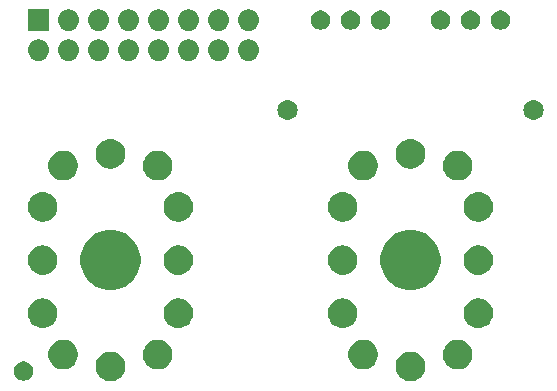
<source format=gbr>
G04 #@! TF.GenerationSoftware,KiCad,Pcbnew,(5.1.0)-1*
G04 #@! TF.CreationDate,2021-08-18T22:37:31-05:00*
G04 #@! TF.ProjectId,nixie_legacy-digit,6e697869-655f-46c6-9567-6163792d6469,rev?*
G04 #@! TF.SameCoordinates,Original*
G04 #@! TF.FileFunction,Soldermask,Bot*
G04 #@! TF.FilePolarity,Negative*
%FSLAX46Y46*%
G04 Gerber Fmt 4.6, Leading zero omitted, Abs format (unit mm)*
G04 Created by KiCad (PCBNEW (5.1.0)-1) date 2021-08-18 22:37:31*
%MOMM*%
%LPD*%
G04 APERTURE LIST*
%ADD10C,0.100000*%
G04 APERTURE END LIST*
D10*
G36*
X114543839Y-116993356D02*
G01*
X114664577Y-117017372D01*
X114892040Y-117111590D01*
X115096752Y-117248375D01*
X115270845Y-117422468D01*
X115407630Y-117627180D01*
X115501848Y-117854643D01*
X115549880Y-118096118D01*
X115549880Y-118342322D01*
X115501848Y-118583797D01*
X115407630Y-118811260D01*
X115270845Y-119015972D01*
X115096752Y-119190065D01*
X114892040Y-119326850D01*
X114664577Y-119421068D01*
X114543840Y-119445084D01*
X114423104Y-119469100D01*
X114176896Y-119469100D01*
X114056160Y-119445084D01*
X113935423Y-119421068D01*
X113707960Y-119326850D01*
X113503248Y-119190065D01*
X113329155Y-119015972D01*
X113192370Y-118811260D01*
X113098152Y-118583797D01*
X113050120Y-118342322D01*
X113050120Y-118096118D01*
X113098152Y-117854643D01*
X113192370Y-117627180D01*
X113329155Y-117422468D01*
X113503248Y-117248375D01*
X113707960Y-117111590D01*
X113935423Y-117017372D01*
X114056161Y-116993356D01*
X114176896Y-116969340D01*
X114423104Y-116969340D01*
X114543839Y-116993356D01*
X114543839Y-116993356D01*
G37*
G36*
X89143839Y-116993356D02*
G01*
X89264577Y-117017372D01*
X89492040Y-117111590D01*
X89696752Y-117248375D01*
X89870845Y-117422468D01*
X90007630Y-117627180D01*
X90101848Y-117854643D01*
X90149880Y-118096118D01*
X90149880Y-118342322D01*
X90101848Y-118583797D01*
X90007630Y-118811260D01*
X89870845Y-119015972D01*
X89696752Y-119190065D01*
X89492040Y-119326850D01*
X89264577Y-119421068D01*
X89143840Y-119445084D01*
X89023104Y-119469100D01*
X88776896Y-119469100D01*
X88656160Y-119445084D01*
X88535423Y-119421068D01*
X88307960Y-119326850D01*
X88103248Y-119190065D01*
X87929155Y-119015972D01*
X87792370Y-118811260D01*
X87698152Y-118583797D01*
X87650120Y-118342322D01*
X87650120Y-118096118D01*
X87698152Y-117854643D01*
X87792370Y-117627180D01*
X87929155Y-117422468D01*
X88103248Y-117248375D01*
X88307960Y-117111590D01*
X88535423Y-117017372D01*
X88656161Y-116993356D01*
X88776896Y-116969340D01*
X89023104Y-116969340D01*
X89143839Y-116993356D01*
X89143839Y-116993356D01*
G37*
G36*
X81771142Y-117836242D02*
G01*
X81919101Y-117897529D01*
X82052255Y-117986499D01*
X82165501Y-118099745D01*
X82254471Y-118232899D01*
X82315758Y-118380858D01*
X82347000Y-118537925D01*
X82347000Y-118698075D01*
X82315758Y-118855142D01*
X82254471Y-119003101D01*
X82165501Y-119136255D01*
X82052255Y-119249501D01*
X81919101Y-119338471D01*
X81771142Y-119399758D01*
X81614075Y-119431000D01*
X81453925Y-119431000D01*
X81296858Y-119399758D01*
X81148899Y-119338471D01*
X81015745Y-119249501D01*
X80902499Y-119136255D01*
X80813529Y-119003101D01*
X80752242Y-118855142D01*
X80721000Y-118698075D01*
X80721000Y-118537925D01*
X80752242Y-118380858D01*
X80813529Y-118232899D01*
X80902499Y-118099745D01*
X81015745Y-117986499D01*
X81148899Y-117897529D01*
X81296858Y-117836242D01*
X81453925Y-117805000D01*
X81614075Y-117805000D01*
X81771142Y-117836242D01*
X81771142Y-117836242D01*
G37*
G36*
X85145880Y-115992596D02*
G01*
X85266617Y-116016612D01*
X85494080Y-116110830D01*
X85698792Y-116247615D01*
X85872885Y-116421708D01*
X86009670Y-116626420D01*
X86103888Y-116853883D01*
X86151920Y-117095358D01*
X86151920Y-117341562D01*
X86103888Y-117583037D01*
X86009670Y-117810500D01*
X85872885Y-118015212D01*
X85698792Y-118189305D01*
X85494080Y-118326090D01*
X85266617Y-118420308D01*
X85145879Y-118444324D01*
X85025144Y-118468340D01*
X84778936Y-118468340D01*
X84658201Y-118444324D01*
X84537463Y-118420308D01*
X84310000Y-118326090D01*
X84105288Y-118189305D01*
X83931195Y-118015212D01*
X83794410Y-117810500D01*
X83700192Y-117583037D01*
X83652160Y-117341562D01*
X83652160Y-117095358D01*
X83700192Y-116853883D01*
X83794410Y-116626420D01*
X83931195Y-116421708D01*
X84105288Y-116247615D01*
X84310000Y-116110830D01*
X84537463Y-116016612D01*
X84658200Y-115992596D01*
X84778936Y-115968580D01*
X85025144Y-115968580D01*
X85145880Y-115992596D01*
X85145880Y-115992596D01*
G37*
G36*
X93141800Y-115992596D02*
G01*
X93262537Y-116016612D01*
X93490000Y-116110830D01*
X93694712Y-116247615D01*
X93868805Y-116421708D01*
X94005590Y-116626420D01*
X94099808Y-116853883D01*
X94147840Y-117095358D01*
X94147840Y-117341562D01*
X94099808Y-117583037D01*
X94005590Y-117810500D01*
X93868805Y-118015212D01*
X93694712Y-118189305D01*
X93490000Y-118326090D01*
X93262537Y-118420308D01*
X93141799Y-118444324D01*
X93021064Y-118468340D01*
X92774856Y-118468340D01*
X92654121Y-118444324D01*
X92533383Y-118420308D01*
X92305920Y-118326090D01*
X92101208Y-118189305D01*
X91927115Y-118015212D01*
X91790330Y-117810500D01*
X91696112Y-117583037D01*
X91648080Y-117341562D01*
X91648080Y-117095358D01*
X91696112Y-116853883D01*
X91790330Y-116626420D01*
X91927115Y-116421708D01*
X92101208Y-116247615D01*
X92305920Y-116110830D01*
X92533383Y-116016612D01*
X92654120Y-115992596D01*
X92774856Y-115968580D01*
X93021064Y-115968580D01*
X93141800Y-115992596D01*
X93141800Y-115992596D01*
G37*
G36*
X110545880Y-115992596D02*
G01*
X110666617Y-116016612D01*
X110894080Y-116110830D01*
X111098792Y-116247615D01*
X111272885Y-116421708D01*
X111409670Y-116626420D01*
X111503888Y-116853883D01*
X111551920Y-117095358D01*
X111551920Y-117341562D01*
X111503888Y-117583037D01*
X111409670Y-117810500D01*
X111272885Y-118015212D01*
X111098792Y-118189305D01*
X110894080Y-118326090D01*
X110666617Y-118420308D01*
X110545879Y-118444324D01*
X110425144Y-118468340D01*
X110178936Y-118468340D01*
X110058201Y-118444324D01*
X109937463Y-118420308D01*
X109710000Y-118326090D01*
X109505288Y-118189305D01*
X109331195Y-118015212D01*
X109194410Y-117810500D01*
X109100192Y-117583037D01*
X109052160Y-117341562D01*
X109052160Y-117095358D01*
X109100192Y-116853883D01*
X109194410Y-116626420D01*
X109331195Y-116421708D01*
X109505288Y-116247615D01*
X109710000Y-116110830D01*
X109937463Y-116016612D01*
X110058200Y-115992596D01*
X110178936Y-115968580D01*
X110425144Y-115968580D01*
X110545880Y-115992596D01*
X110545880Y-115992596D01*
G37*
G36*
X118541800Y-115992596D02*
G01*
X118662537Y-116016612D01*
X118890000Y-116110830D01*
X119094712Y-116247615D01*
X119268805Y-116421708D01*
X119405590Y-116626420D01*
X119499808Y-116853883D01*
X119547840Y-117095358D01*
X119547840Y-117341562D01*
X119499808Y-117583037D01*
X119405590Y-117810500D01*
X119268805Y-118015212D01*
X119094712Y-118189305D01*
X118890000Y-118326090D01*
X118662537Y-118420308D01*
X118541799Y-118444324D01*
X118421064Y-118468340D01*
X118174856Y-118468340D01*
X118054121Y-118444324D01*
X117933383Y-118420308D01*
X117705920Y-118326090D01*
X117501208Y-118189305D01*
X117327115Y-118015212D01*
X117190330Y-117810500D01*
X117096112Y-117583037D01*
X117048080Y-117341562D01*
X117048080Y-117095358D01*
X117096112Y-116853883D01*
X117190330Y-116626420D01*
X117327115Y-116421708D01*
X117501208Y-116247615D01*
X117705920Y-116110830D01*
X117933383Y-116016612D01*
X118054120Y-115992596D01*
X118174856Y-115968580D01*
X118421064Y-115968580D01*
X118541800Y-115992596D01*
X118541800Y-115992596D01*
G37*
G36*
X120291860Y-112492476D02*
G01*
X120412597Y-112516492D01*
X120640060Y-112610710D01*
X120844772Y-112747495D01*
X121018865Y-112921588D01*
X121155650Y-113126300D01*
X121249868Y-113353763D01*
X121297900Y-113595238D01*
X121297900Y-113841442D01*
X121249868Y-114082917D01*
X121155650Y-114310380D01*
X121018865Y-114515092D01*
X120844772Y-114689185D01*
X120640060Y-114825970D01*
X120412597Y-114920188D01*
X120291859Y-114944204D01*
X120171124Y-114968220D01*
X119924916Y-114968220D01*
X119804181Y-114944204D01*
X119683443Y-114920188D01*
X119455980Y-114825970D01*
X119251268Y-114689185D01*
X119077175Y-114515092D01*
X118940390Y-114310380D01*
X118846172Y-114082917D01*
X118798140Y-113841442D01*
X118798140Y-113595238D01*
X118846172Y-113353763D01*
X118940390Y-113126300D01*
X119077175Y-112921588D01*
X119251268Y-112747495D01*
X119455980Y-112610710D01*
X119683443Y-112516492D01*
X119804180Y-112492476D01*
X119924916Y-112468460D01*
X120171124Y-112468460D01*
X120291860Y-112492476D01*
X120291860Y-112492476D01*
G37*
G36*
X108795820Y-112492476D02*
G01*
X108916557Y-112516492D01*
X109144020Y-112610710D01*
X109348732Y-112747495D01*
X109522825Y-112921588D01*
X109659610Y-113126300D01*
X109753828Y-113353763D01*
X109801860Y-113595238D01*
X109801860Y-113841442D01*
X109753828Y-114082917D01*
X109659610Y-114310380D01*
X109522825Y-114515092D01*
X109348732Y-114689185D01*
X109144020Y-114825970D01*
X108916557Y-114920188D01*
X108795819Y-114944204D01*
X108675084Y-114968220D01*
X108428876Y-114968220D01*
X108308141Y-114944204D01*
X108187403Y-114920188D01*
X107959940Y-114825970D01*
X107755228Y-114689185D01*
X107581135Y-114515092D01*
X107444350Y-114310380D01*
X107350132Y-114082917D01*
X107302100Y-113841442D01*
X107302100Y-113595238D01*
X107350132Y-113353763D01*
X107444350Y-113126300D01*
X107581135Y-112921588D01*
X107755228Y-112747495D01*
X107959940Y-112610710D01*
X108187403Y-112516492D01*
X108308140Y-112492476D01*
X108428876Y-112468460D01*
X108675084Y-112468460D01*
X108795820Y-112492476D01*
X108795820Y-112492476D01*
G37*
G36*
X94891860Y-112492476D02*
G01*
X95012597Y-112516492D01*
X95240060Y-112610710D01*
X95444772Y-112747495D01*
X95618865Y-112921588D01*
X95755650Y-113126300D01*
X95849868Y-113353763D01*
X95897900Y-113595238D01*
X95897900Y-113841442D01*
X95849868Y-114082917D01*
X95755650Y-114310380D01*
X95618865Y-114515092D01*
X95444772Y-114689185D01*
X95240060Y-114825970D01*
X95012597Y-114920188D01*
X94891859Y-114944204D01*
X94771124Y-114968220D01*
X94524916Y-114968220D01*
X94404181Y-114944204D01*
X94283443Y-114920188D01*
X94055980Y-114825970D01*
X93851268Y-114689185D01*
X93677175Y-114515092D01*
X93540390Y-114310380D01*
X93446172Y-114082917D01*
X93398140Y-113841442D01*
X93398140Y-113595238D01*
X93446172Y-113353763D01*
X93540390Y-113126300D01*
X93677175Y-112921588D01*
X93851268Y-112747495D01*
X94055980Y-112610710D01*
X94283443Y-112516492D01*
X94404180Y-112492476D01*
X94524916Y-112468460D01*
X94771124Y-112468460D01*
X94891860Y-112492476D01*
X94891860Y-112492476D01*
G37*
G36*
X83395820Y-112492476D02*
G01*
X83516557Y-112516492D01*
X83744020Y-112610710D01*
X83948732Y-112747495D01*
X84122825Y-112921588D01*
X84259610Y-113126300D01*
X84353828Y-113353763D01*
X84401860Y-113595238D01*
X84401860Y-113841442D01*
X84353828Y-114082917D01*
X84259610Y-114310380D01*
X84122825Y-114515092D01*
X83948732Y-114689185D01*
X83744020Y-114825970D01*
X83516557Y-114920188D01*
X83395819Y-114944204D01*
X83275084Y-114968220D01*
X83028876Y-114968220D01*
X82908141Y-114944204D01*
X82787403Y-114920188D01*
X82559940Y-114825970D01*
X82355228Y-114689185D01*
X82181135Y-114515092D01*
X82044350Y-114310380D01*
X81950132Y-114082917D01*
X81902100Y-113841442D01*
X81902100Y-113595238D01*
X81950132Y-113353763D01*
X82044350Y-113126300D01*
X82181135Y-112921588D01*
X82355228Y-112747495D01*
X82559940Y-112610710D01*
X82787403Y-112516492D01*
X82908140Y-112492476D01*
X83028876Y-112468460D01*
X83275084Y-112468460D01*
X83395820Y-112492476D01*
X83395820Y-112492476D01*
G37*
G36*
X89643911Y-106767648D02*
G01*
X89643914Y-106767649D01*
X89643913Y-106767649D01*
X90108048Y-106959900D01*
X90525760Y-107239006D01*
X90880994Y-107594240D01*
X91160100Y-108011952D01*
X91160100Y-108011953D01*
X91352352Y-108476089D01*
X91450360Y-108968810D01*
X91450360Y-109471190D01*
X91352352Y-109963911D01*
X91352351Y-109963913D01*
X91160100Y-110428048D01*
X90880994Y-110845760D01*
X90525760Y-111200994D01*
X90108048Y-111480100D01*
X89779853Y-111616043D01*
X89643911Y-111672352D01*
X89151190Y-111770360D01*
X88648810Y-111770360D01*
X88156089Y-111672352D01*
X88020147Y-111616043D01*
X87691952Y-111480100D01*
X87274240Y-111200994D01*
X86919006Y-110845760D01*
X86639900Y-110428048D01*
X86447649Y-109963913D01*
X86447648Y-109963911D01*
X86349640Y-109471190D01*
X86349640Y-108968810D01*
X86447648Y-108476089D01*
X86639900Y-108011953D01*
X86639900Y-108011952D01*
X86919006Y-107594240D01*
X87274240Y-107239006D01*
X87691952Y-106959900D01*
X88156087Y-106767649D01*
X88156086Y-106767649D01*
X88156089Y-106767648D01*
X88648810Y-106669640D01*
X89151190Y-106669640D01*
X89643911Y-106767648D01*
X89643911Y-106767648D01*
G37*
G36*
X115043911Y-106767648D02*
G01*
X115043914Y-106767649D01*
X115043913Y-106767649D01*
X115508048Y-106959900D01*
X115925760Y-107239006D01*
X116280994Y-107594240D01*
X116560100Y-108011952D01*
X116560100Y-108011953D01*
X116752352Y-108476089D01*
X116850360Y-108968810D01*
X116850360Y-109471190D01*
X116752352Y-109963911D01*
X116752351Y-109963913D01*
X116560100Y-110428048D01*
X116280994Y-110845760D01*
X115925760Y-111200994D01*
X115508048Y-111480100D01*
X115179853Y-111616043D01*
X115043911Y-111672352D01*
X114551190Y-111770360D01*
X114048810Y-111770360D01*
X113556089Y-111672352D01*
X113420147Y-111616043D01*
X113091952Y-111480100D01*
X112674240Y-111200994D01*
X112319006Y-110845760D01*
X112039900Y-110428048D01*
X111847649Y-109963913D01*
X111847648Y-109963911D01*
X111749640Y-109471190D01*
X111749640Y-108968810D01*
X111847648Y-108476089D01*
X112039900Y-108011953D01*
X112039900Y-108011952D01*
X112319006Y-107594240D01*
X112674240Y-107239006D01*
X113091952Y-106959900D01*
X113556087Y-106767649D01*
X113556086Y-106767649D01*
X113556089Y-106767648D01*
X114048810Y-106669640D01*
X114551190Y-106669640D01*
X115043911Y-106767648D01*
X115043911Y-106767648D01*
G37*
G36*
X83395819Y-107994136D02*
G01*
X83516557Y-108018152D01*
X83744020Y-108112370D01*
X83948732Y-108249155D01*
X84122825Y-108423248D01*
X84259610Y-108627960D01*
X84353828Y-108855423D01*
X84401860Y-109096898D01*
X84401860Y-109343102D01*
X84353828Y-109584577D01*
X84259610Y-109812040D01*
X84122825Y-110016752D01*
X83948732Y-110190845D01*
X83744020Y-110327630D01*
X83516557Y-110421848D01*
X83395820Y-110445864D01*
X83275084Y-110469880D01*
X83028876Y-110469880D01*
X82908140Y-110445864D01*
X82787403Y-110421848D01*
X82559940Y-110327630D01*
X82355228Y-110190845D01*
X82181135Y-110016752D01*
X82044350Y-109812040D01*
X81950132Y-109584577D01*
X81902100Y-109343102D01*
X81902100Y-109096898D01*
X81950132Y-108855423D01*
X82044350Y-108627960D01*
X82181135Y-108423248D01*
X82355228Y-108249155D01*
X82559940Y-108112370D01*
X82787403Y-108018152D01*
X82908141Y-107994136D01*
X83028876Y-107970120D01*
X83275084Y-107970120D01*
X83395819Y-107994136D01*
X83395819Y-107994136D01*
G37*
G36*
X108795819Y-107994136D02*
G01*
X108916557Y-108018152D01*
X109144020Y-108112370D01*
X109348732Y-108249155D01*
X109522825Y-108423248D01*
X109659610Y-108627960D01*
X109753828Y-108855423D01*
X109801860Y-109096898D01*
X109801860Y-109343102D01*
X109753828Y-109584577D01*
X109659610Y-109812040D01*
X109522825Y-110016752D01*
X109348732Y-110190845D01*
X109144020Y-110327630D01*
X108916557Y-110421848D01*
X108795820Y-110445864D01*
X108675084Y-110469880D01*
X108428876Y-110469880D01*
X108308140Y-110445864D01*
X108187403Y-110421848D01*
X107959940Y-110327630D01*
X107755228Y-110190845D01*
X107581135Y-110016752D01*
X107444350Y-109812040D01*
X107350132Y-109584577D01*
X107302100Y-109343102D01*
X107302100Y-109096898D01*
X107350132Y-108855423D01*
X107444350Y-108627960D01*
X107581135Y-108423248D01*
X107755228Y-108249155D01*
X107959940Y-108112370D01*
X108187403Y-108018152D01*
X108308141Y-107994136D01*
X108428876Y-107970120D01*
X108675084Y-107970120D01*
X108795819Y-107994136D01*
X108795819Y-107994136D01*
G37*
G36*
X94891859Y-107994136D02*
G01*
X95012597Y-108018152D01*
X95240060Y-108112370D01*
X95444772Y-108249155D01*
X95618865Y-108423248D01*
X95755650Y-108627960D01*
X95849868Y-108855423D01*
X95897900Y-109096898D01*
X95897900Y-109343102D01*
X95849868Y-109584577D01*
X95755650Y-109812040D01*
X95618865Y-110016752D01*
X95444772Y-110190845D01*
X95240060Y-110327630D01*
X95012597Y-110421848D01*
X94891860Y-110445864D01*
X94771124Y-110469880D01*
X94524916Y-110469880D01*
X94404180Y-110445864D01*
X94283443Y-110421848D01*
X94055980Y-110327630D01*
X93851268Y-110190845D01*
X93677175Y-110016752D01*
X93540390Y-109812040D01*
X93446172Y-109584577D01*
X93398140Y-109343102D01*
X93398140Y-109096898D01*
X93446172Y-108855423D01*
X93540390Y-108627960D01*
X93677175Y-108423248D01*
X93851268Y-108249155D01*
X94055980Y-108112370D01*
X94283443Y-108018152D01*
X94404181Y-107994136D01*
X94524916Y-107970120D01*
X94771124Y-107970120D01*
X94891859Y-107994136D01*
X94891859Y-107994136D01*
G37*
G36*
X120291859Y-107994136D02*
G01*
X120412597Y-108018152D01*
X120640060Y-108112370D01*
X120844772Y-108249155D01*
X121018865Y-108423248D01*
X121155650Y-108627960D01*
X121249868Y-108855423D01*
X121297900Y-109096898D01*
X121297900Y-109343102D01*
X121249868Y-109584577D01*
X121155650Y-109812040D01*
X121018865Y-110016752D01*
X120844772Y-110190845D01*
X120640060Y-110327630D01*
X120412597Y-110421848D01*
X120291860Y-110445864D01*
X120171124Y-110469880D01*
X119924916Y-110469880D01*
X119804180Y-110445864D01*
X119683443Y-110421848D01*
X119455980Y-110327630D01*
X119251268Y-110190845D01*
X119077175Y-110016752D01*
X118940390Y-109812040D01*
X118846172Y-109584577D01*
X118798140Y-109343102D01*
X118798140Y-109096898D01*
X118846172Y-108855423D01*
X118940390Y-108627960D01*
X119077175Y-108423248D01*
X119251268Y-108249155D01*
X119455980Y-108112370D01*
X119683443Y-108018152D01*
X119804181Y-107994136D01*
X119924916Y-107970120D01*
X120171124Y-107970120D01*
X120291859Y-107994136D01*
X120291859Y-107994136D01*
G37*
G36*
X94891859Y-103495796D02*
G01*
X95012597Y-103519812D01*
X95240060Y-103614030D01*
X95444772Y-103750815D01*
X95618865Y-103924908D01*
X95755650Y-104129620D01*
X95849868Y-104357083D01*
X95897900Y-104598558D01*
X95897900Y-104844762D01*
X95849868Y-105086237D01*
X95755650Y-105313700D01*
X95618865Y-105518412D01*
X95444772Y-105692505D01*
X95240060Y-105829290D01*
X95012597Y-105923508D01*
X94891859Y-105947524D01*
X94771124Y-105971540D01*
X94524916Y-105971540D01*
X94404180Y-105947524D01*
X94283443Y-105923508D01*
X94055980Y-105829290D01*
X93851268Y-105692505D01*
X93677175Y-105518412D01*
X93540390Y-105313700D01*
X93446172Y-105086237D01*
X93398140Y-104844762D01*
X93398140Y-104598558D01*
X93446172Y-104357083D01*
X93540390Y-104129620D01*
X93677175Y-103924908D01*
X93851268Y-103750815D01*
X94055980Y-103614030D01*
X94283443Y-103519812D01*
X94404181Y-103495796D01*
X94524916Y-103471780D01*
X94771124Y-103471780D01*
X94891859Y-103495796D01*
X94891859Y-103495796D01*
G37*
G36*
X120291859Y-103495796D02*
G01*
X120412597Y-103519812D01*
X120640060Y-103614030D01*
X120844772Y-103750815D01*
X121018865Y-103924908D01*
X121155650Y-104129620D01*
X121249868Y-104357083D01*
X121297900Y-104598558D01*
X121297900Y-104844762D01*
X121249868Y-105086237D01*
X121155650Y-105313700D01*
X121018865Y-105518412D01*
X120844772Y-105692505D01*
X120640060Y-105829290D01*
X120412597Y-105923508D01*
X120291859Y-105947524D01*
X120171124Y-105971540D01*
X119924916Y-105971540D01*
X119804180Y-105947524D01*
X119683443Y-105923508D01*
X119455980Y-105829290D01*
X119251268Y-105692505D01*
X119077175Y-105518412D01*
X118940390Y-105313700D01*
X118846172Y-105086237D01*
X118798140Y-104844762D01*
X118798140Y-104598558D01*
X118846172Y-104357083D01*
X118940390Y-104129620D01*
X119077175Y-103924908D01*
X119251268Y-103750815D01*
X119455980Y-103614030D01*
X119683443Y-103519812D01*
X119804181Y-103495796D01*
X119924916Y-103471780D01*
X120171124Y-103471780D01*
X120291859Y-103495796D01*
X120291859Y-103495796D01*
G37*
G36*
X108795819Y-103495796D02*
G01*
X108916557Y-103519812D01*
X109144020Y-103614030D01*
X109348732Y-103750815D01*
X109522825Y-103924908D01*
X109659610Y-104129620D01*
X109753828Y-104357083D01*
X109801860Y-104598558D01*
X109801860Y-104844762D01*
X109753828Y-105086237D01*
X109659610Y-105313700D01*
X109522825Y-105518412D01*
X109348732Y-105692505D01*
X109144020Y-105829290D01*
X108916557Y-105923508D01*
X108795819Y-105947524D01*
X108675084Y-105971540D01*
X108428876Y-105971540D01*
X108308140Y-105947524D01*
X108187403Y-105923508D01*
X107959940Y-105829290D01*
X107755228Y-105692505D01*
X107581135Y-105518412D01*
X107444350Y-105313700D01*
X107350132Y-105086237D01*
X107302100Y-104844762D01*
X107302100Y-104598558D01*
X107350132Y-104357083D01*
X107444350Y-104129620D01*
X107581135Y-103924908D01*
X107755228Y-103750815D01*
X107959940Y-103614030D01*
X108187403Y-103519812D01*
X108308141Y-103495796D01*
X108428876Y-103471780D01*
X108675084Y-103471780D01*
X108795819Y-103495796D01*
X108795819Y-103495796D01*
G37*
G36*
X83395819Y-103495796D02*
G01*
X83516557Y-103519812D01*
X83744020Y-103614030D01*
X83948732Y-103750815D01*
X84122825Y-103924908D01*
X84259610Y-104129620D01*
X84353828Y-104357083D01*
X84401860Y-104598558D01*
X84401860Y-104844762D01*
X84353828Y-105086237D01*
X84259610Y-105313700D01*
X84122825Y-105518412D01*
X83948732Y-105692505D01*
X83744020Y-105829290D01*
X83516557Y-105923508D01*
X83395819Y-105947524D01*
X83275084Y-105971540D01*
X83028876Y-105971540D01*
X82908140Y-105947524D01*
X82787403Y-105923508D01*
X82559940Y-105829290D01*
X82355228Y-105692505D01*
X82181135Y-105518412D01*
X82044350Y-105313700D01*
X81950132Y-105086237D01*
X81902100Y-104844762D01*
X81902100Y-104598558D01*
X81950132Y-104357083D01*
X82044350Y-104129620D01*
X82181135Y-103924908D01*
X82355228Y-103750815D01*
X82559940Y-103614030D01*
X82787403Y-103519812D01*
X82908141Y-103495796D01*
X83028876Y-103471780D01*
X83275084Y-103471780D01*
X83395819Y-103495796D01*
X83395819Y-103495796D01*
G37*
G36*
X85145879Y-99995676D02*
G01*
X85266617Y-100019692D01*
X85494080Y-100113910D01*
X85698792Y-100250695D01*
X85872885Y-100424788D01*
X86009670Y-100629500D01*
X86103888Y-100856963D01*
X86151920Y-101098438D01*
X86151920Y-101344642D01*
X86103888Y-101586117D01*
X86009670Y-101813580D01*
X85872885Y-102018292D01*
X85698792Y-102192385D01*
X85494080Y-102329170D01*
X85266617Y-102423388D01*
X85145879Y-102447404D01*
X85025144Y-102471420D01*
X84778936Y-102471420D01*
X84658200Y-102447404D01*
X84537463Y-102423388D01*
X84310000Y-102329170D01*
X84105288Y-102192385D01*
X83931195Y-102018292D01*
X83794410Y-101813580D01*
X83700192Y-101586117D01*
X83652160Y-101344642D01*
X83652160Y-101098438D01*
X83700192Y-100856963D01*
X83794410Y-100629500D01*
X83931195Y-100424788D01*
X84105288Y-100250695D01*
X84310000Y-100113910D01*
X84537463Y-100019692D01*
X84658201Y-99995676D01*
X84778936Y-99971660D01*
X85025144Y-99971660D01*
X85145879Y-99995676D01*
X85145879Y-99995676D01*
G37*
G36*
X93141799Y-99995676D02*
G01*
X93262537Y-100019692D01*
X93490000Y-100113910D01*
X93694712Y-100250695D01*
X93868805Y-100424788D01*
X94005590Y-100629500D01*
X94099808Y-100856963D01*
X94147840Y-101098438D01*
X94147840Y-101344642D01*
X94099808Y-101586117D01*
X94005590Y-101813580D01*
X93868805Y-102018292D01*
X93694712Y-102192385D01*
X93490000Y-102329170D01*
X93262537Y-102423388D01*
X93141799Y-102447404D01*
X93021064Y-102471420D01*
X92774856Y-102471420D01*
X92654120Y-102447404D01*
X92533383Y-102423388D01*
X92305920Y-102329170D01*
X92101208Y-102192385D01*
X91927115Y-102018292D01*
X91790330Y-101813580D01*
X91696112Y-101586117D01*
X91648080Y-101344642D01*
X91648080Y-101098438D01*
X91696112Y-100856963D01*
X91790330Y-100629500D01*
X91927115Y-100424788D01*
X92101208Y-100250695D01*
X92305920Y-100113910D01*
X92533383Y-100019692D01*
X92654121Y-99995676D01*
X92774856Y-99971660D01*
X93021064Y-99971660D01*
X93141799Y-99995676D01*
X93141799Y-99995676D01*
G37*
G36*
X118541799Y-99995676D02*
G01*
X118662537Y-100019692D01*
X118890000Y-100113910D01*
X119094712Y-100250695D01*
X119268805Y-100424788D01*
X119405590Y-100629500D01*
X119499808Y-100856963D01*
X119547840Y-101098438D01*
X119547840Y-101344642D01*
X119499808Y-101586117D01*
X119405590Y-101813580D01*
X119268805Y-102018292D01*
X119094712Y-102192385D01*
X118890000Y-102329170D01*
X118662537Y-102423388D01*
X118541799Y-102447404D01*
X118421064Y-102471420D01*
X118174856Y-102471420D01*
X118054120Y-102447404D01*
X117933383Y-102423388D01*
X117705920Y-102329170D01*
X117501208Y-102192385D01*
X117327115Y-102018292D01*
X117190330Y-101813580D01*
X117096112Y-101586117D01*
X117048080Y-101344642D01*
X117048080Y-101098438D01*
X117096112Y-100856963D01*
X117190330Y-100629500D01*
X117327115Y-100424788D01*
X117501208Y-100250695D01*
X117705920Y-100113910D01*
X117933383Y-100019692D01*
X118054121Y-99995676D01*
X118174856Y-99971660D01*
X118421064Y-99971660D01*
X118541799Y-99995676D01*
X118541799Y-99995676D01*
G37*
G36*
X110545879Y-99995676D02*
G01*
X110666617Y-100019692D01*
X110894080Y-100113910D01*
X111098792Y-100250695D01*
X111272885Y-100424788D01*
X111409670Y-100629500D01*
X111503888Y-100856963D01*
X111551920Y-101098438D01*
X111551920Y-101344642D01*
X111503888Y-101586117D01*
X111409670Y-101813580D01*
X111272885Y-102018292D01*
X111098792Y-102192385D01*
X110894080Y-102329170D01*
X110666617Y-102423388D01*
X110545879Y-102447404D01*
X110425144Y-102471420D01*
X110178936Y-102471420D01*
X110058200Y-102447404D01*
X109937463Y-102423388D01*
X109710000Y-102329170D01*
X109505288Y-102192385D01*
X109331195Y-102018292D01*
X109194410Y-101813580D01*
X109100192Y-101586117D01*
X109052160Y-101344642D01*
X109052160Y-101098438D01*
X109100192Y-100856963D01*
X109194410Y-100629500D01*
X109331195Y-100424788D01*
X109505288Y-100250695D01*
X109710000Y-100113910D01*
X109937463Y-100019692D01*
X110058201Y-99995676D01*
X110178936Y-99971660D01*
X110425144Y-99971660D01*
X110545879Y-99995676D01*
X110545879Y-99995676D01*
G37*
G36*
X114543839Y-98994916D02*
G01*
X114664577Y-99018932D01*
X114892040Y-99113150D01*
X115096752Y-99249935D01*
X115270845Y-99424028D01*
X115407630Y-99628740D01*
X115501848Y-99856203D01*
X115549880Y-100097678D01*
X115549880Y-100343882D01*
X115501848Y-100585357D01*
X115407630Y-100812820D01*
X115270845Y-101017532D01*
X115096752Y-101191625D01*
X114892040Y-101328410D01*
X114664577Y-101422628D01*
X114543839Y-101446644D01*
X114423104Y-101470660D01*
X114176896Y-101470660D01*
X114056161Y-101446644D01*
X113935423Y-101422628D01*
X113707960Y-101328410D01*
X113503248Y-101191625D01*
X113329155Y-101017532D01*
X113192370Y-100812820D01*
X113098152Y-100585357D01*
X113050120Y-100343882D01*
X113050120Y-100097678D01*
X113098152Y-99856203D01*
X113192370Y-99628740D01*
X113329155Y-99424028D01*
X113503248Y-99249935D01*
X113707960Y-99113150D01*
X113935423Y-99018932D01*
X114056161Y-98994916D01*
X114176896Y-98970900D01*
X114423104Y-98970900D01*
X114543839Y-98994916D01*
X114543839Y-98994916D01*
G37*
G36*
X89143839Y-98994916D02*
G01*
X89264577Y-99018932D01*
X89492040Y-99113150D01*
X89696752Y-99249935D01*
X89870845Y-99424028D01*
X90007630Y-99628740D01*
X90101848Y-99856203D01*
X90149880Y-100097678D01*
X90149880Y-100343882D01*
X90101848Y-100585357D01*
X90007630Y-100812820D01*
X89870845Y-101017532D01*
X89696752Y-101191625D01*
X89492040Y-101328410D01*
X89264577Y-101422628D01*
X89143839Y-101446644D01*
X89023104Y-101470660D01*
X88776896Y-101470660D01*
X88656161Y-101446644D01*
X88535423Y-101422628D01*
X88307960Y-101328410D01*
X88103248Y-101191625D01*
X87929155Y-101017532D01*
X87792370Y-100812820D01*
X87698152Y-100585357D01*
X87650120Y-100343882D01*
X87650120Y-100097678D01*
X87698152Y-99856203D01*
X87792370Y-99628740D01*
X87929155Y-99424028D01*
X88103248Y-99249935D01*
X88307960Y-99113150D01*
X88535423Y-99018932D01*
X88656161Y-98994916D01*
X88776896Y-98970900D01*
X89023104Y-98970900D01*
X89143839Y-98994916D01*
X89143839Y-98994916D01*
G37*
G36*
X104052823Y-95681313D02*
G01*
X104213242Y-95729976D01*
X104345906Y-95800886D01*
X104361078Y-95808996D01*
X104490659Y-95915341D01*
X104597004Y-96044922D01*
X104597005Y-96044924D01*
X104676024Y-96192758D01*
X104724687Y-96353177D01*
X104741117Y-96520000D01*
X104724687Y-96686823D01*
X104676024Y-96847242D01*
X104605114Y-96979906D01*
X104597004Y-96995078D01*
X104490659Y-97124659D01*
X104361078Y-97231004D01*
X104361076Y-97231005D01*
X104213242Y-97310024D01*
X104052823Y-97358687D01*
X103927804Y-97371000D01*
X103844196Y-97371000D01*
X103719177Y-97358687D01*
X103558758Y-97310024D01*
X103410924Y-97231005D01*
X103410922Y-97231004D01*
X103281341Y-97124659D01*
X103174996Y-96995078D01*
X103166886Y-96979906D01*
X103095976Y-96847242D01*
X103047313Y-96686823D01*
X103030883Y-96520000D01*
X103047313Y-96353177D01*
X103095976Y-96192758D01*
X103174995Y-96044924D01*
X103174996Y-96044922D01*
X103281341Y-95915341D01*
X103410922Y-95808996D01*
X103426094Y-95800886D01*
X103558758Y-95729976D01*
X103719177Y-95681313D01*
X103844196Y-95669000D01*
X103927804Y-95669000D01*
X104052823Y-95681313D01*
X104052823Y-95681313D01*
G37*
G36*
X124880823Y-95681313D02*
G01*
X125041242Y-95729976D01*
X125173906Y-95800886D01*
X125189078Y-95808996D01*
X125318659Y-95915341D01*
X125425004Y-96044922D01*
X125425005Y-96044924D01*
X125504024Y-96192758D01*
X125552687Y-96353177D01*
X125569117Y-96520000D01*
X125552687Y-96686823D01*
X125504024Y-96847242D01*
X125433114Y-96979906D01*
X125425004Y-96995078D01*
X125318659Y-97124659D01*
X125189078Y-97231004D01*
X125189076Y-97231005D01*
X125041242Y-97310024D01*
X124880823Y-97358687D01*
X124755804Y-97371000D01*
X124672196Y-97371000D01*
X124547177Y-97358687D01*
X124386758Y-97310024D01*
X124238924Y-97231005D01*
X124238922Y-97231004D01*
X124109341Y-97124659D01*
X124002996Y-96995078D01*
X123994886Y-96979906D01*
X123923976Y-96847242D01*
X123875313Y-96686823D01*
X123858883Y-96520000D01*
X123875313Y-96353177D01*
X123923976Y-96192758D01*
X124002995Y-96044924D01*
X124002996Y-96044922D01*
X124109341Y-95915341D01*
X124238922Y-95808996D01*
X124254094Y-95800886D01*
X124386758Y-95729976D01*
X124547177Y-95681313D01*
X124672196Y-95669000D01*
X124755804Y-95669000D01*
X124880823Y-95681313D01*
X124880823Y-95681313D01*
G37*
G36*
X87994443Y-90545519D02*
G01*
X88060627Y-90552037D01*
X88230466Y-90603557D01*
X88386991Y-90687222D01*
X88422729Y-90716552D01*
X88524186Y-90799814D01*
X88607448Y-90901271D01*
X88636778Y-90937009D01*
X88720443Y-91093534D01*
X88771963Y-91263373D01*
X88789359Y-91440000D01*
X88771963Y-91616627D01*
X88720443Y-91786466D01*
X88636778Y-91942991D01*
X88607448Y-91978729D01*
X88524186Y-92080186D01*
X88422729Y-92163448D01*
X88386991Y-92192778D01*
X88230466Y-92276443D01*
X88060627Y-92327963D01*
X87994443Y-92334481D01*
X87928260Y-92341000D01*
X87839740Y-92341000D01*
X87773557Y-92334481D01*
X87707373Y-92327963D01*
X87537534Y-92276443D01*
X87381009Y-92192778D01*
X87345271Y-92163448D01*
X87243814Y-92080186D01*
X87160552Y-91978729D01*
X87131222Y-91942991D01*
X87047557Y-91786466D01*
X86996037Y-91616627D01*
X86978641Y-91440000D01*
X86996037Y-91263373D01*
X87047557Y-91093534D01*
X87131222Y-90937009D01*
X87160552Y-90901271D01*
X87243814Y-90799814D01*
X87345271Y-90716552D01*
X87381009Y-90687222D01*
X87537534Y-90603557D01*
X87707373Y-90552037D01*
X87773557Y-90545519D01*
X87839740Y-90539000D01*
X87928260Y-90539000D01*
X87994443Y-90545519D01*
X87994443Y-90545519D01*
G37*
G36*
X100694443Y-90545519D02*
G01*
X100760627Y-90552037D01*
X100930466Y-90603557D01*
X101086991Y-90687222D01*
X101122729Y-90716552D01*
X101224186Y-90799814D01*
X101307448Y-90901271D01*
X101336778Y-90937009D01*
X101420443Y-91093534D01*
X101471963Y-91263373D01*
X101489359Y-91440000D01*
X101471963Y-91616627D01*
X101420443Y-91786466D01*
X101336778Y-91942991D01*
X101307448Y-91978729D01*
X101224186Y-92080186D01*
X101122729Y-92163448D01*
X101086991Y-92192778D01*
X100930466Y-92276443D01*
X100760627Y-92327963D01*
X100694443Y-92334481D01*
X100628260Y-92341000D01*
X100539740Y-92341000D01*
X100473557Y-92334481D01*
X100407373Y-92327963D01*
X100237534Y-92276443D01*
X100081009Y-92192778D01*
X100045271Y-92163448D01*
X99943814Y-92080186D01*
X99860552Y-91978729D01*
X99831222Y-91942991D01*
X99747557Y-91786466D01*
X99696037Y-91616627D01*
X99678641Y-91440000D01*
X99696037Y-91263373D01*
X99747557Y-91093534D01*
X99831222Y-90937009D01*
X99860552Y-90901271D01*
X99943814Y-90799814D01*
X100045271Y-90716552D01*
X100081009Y-90687222D01*
X100237534Y-90603557D01*
X100407373Y-90552037D01*
X100473557Y-90545519D01*
X100539740Y-90539000D01*
X100628260Y-90539000D01*
X100694443Y-90545519D01*
X100694443Y-90545519D01*
G37*
G36*
X90534443Y-90545519D02*
G01*
X90600627Y-90552037D01*
X90770466Y-90603557D01*
X90926991Y-90687222D01*
X90962729Y-90716552D01*
X91064186Y-90799814D01*
X91147448Y-90901271D01*
X91176778Y-90937009D01*
X91260443Y-91093534D01*
X91311963Y-91263373D01*
X91329359Y-91440000D01*
X91311963Y-91616627D01*
X91260443Y-91786466D01*
X91176778Y-91942991D01*
X91147448Y-91978729D01*
X91064186Y-92080186D01*
X90962729Y-92163448D01*
X90926991Y-92192778D01*
X90770466Y-92276443D01*
X90600627Y-92327963D01*
X90534443Y-92334481D01*
X90468260Y-92341000D01*
X90379740Y-92341000D01*
X90313557Y-92334481D01*
X90247373Y-92327963D01*
X90077534Y-92276443D01*
X89921009Y-92192778D01*
X89885271Y-92163448D01*
X89783814Y-92080186D01*
X89700552Y-91978729D01*
X89671222Y-91942991D01*
X89587557Y-91786466D01*
X89536037Y-91616627D01*
X89518641Y-91440000D01*
X89536037Y-91263373D01*
X89587557Y-91093534D01*
X89671222Y-90937009D01*
X89700552Y-90901271D01*
X89783814Y-90799814D01*
X89885271Y-90716552D01*
X89921009Y-90687222D01*
X90077534Y-90603557D01*
X90247373Y-90552037D01*
X90313557Y-90545519D01*
X90379740Y-90539000D01*
X90468260Y-90539000D01*
X90534443Y-90545519D01*
X90534443Y-90545519D01*
G37*
G36*
X93074443Y-90545519D02*
G01*
X93140627Y-90552037D01*
X93310466Y-90603557D01*
X93466991Y-90687222D01*
X93502729Y-90716552D01*
X93604186Y-90799814D01*
X93687448Y-90901271D01*
X93716778Y-90937009D01*
X93800443Y-91093534D01*
X93851963Y-91263373D01*
X93869359Y-91440000D01*
X93851963Y-91616627D01*
X93800443Y-91786466D01*
X93716778Y-91942991D01*
X93687448Y-91978729D01*
X93604186Y-92080186D01*
X93502729Y-92163448D01*
X93466991Y-92192778D01*
X93310466Y-92276443D01*
X93140627Y-92327963D01*
X93074443Y-92334481D01*
X93008260Y-92341000D01*
X92919740Y-92341000D01*
X92853557Y-92334481D01*
X92787373Y-92327963D01*
X92617534Y-92276443D01*
X92461009Y-92192778D01*
X92425271Y-92163448D01*
X92323814Y-92080186D01*
X92240552Y-91978729D01*
X92211222Y-91942991D01*
X92127557Y-91786466D01*
X92076037Y-91616627D01*
X92058641Y-91440000D01*
X92076037Y-91263373D01*
X92127557Y-91093534D01*
X92211222Y-90937009D01*
X92240552Y-90901271D01*
X92323814Y-90799814D01*
X92425271Y-90716552D01*
X92461009Y-90687222D01*
X92617534Y-90603557D01*
X92787373Y-90552037D01*
X92853557Y-90545519D01*
X92919740Y-90539000D01*
X93008260Y-90539000D01*
X93074443Y-90545519D01*
X93074443Y-90545519D01*
G37*
G36*
X95614443Y-90545519D02*
G01*
X95680627Y-90552037D01*
X95850466Y-90603557D01*
X96006991Y-90687222D01*
X96042729Y-90716552D01*
X96144186Y-90799814D01*
X96227448Y-90901271D01*
X96256778Y-90937009D01*
X96340443Y-91093534D01*
X96391963Y-91263373D01*
X96409359Y-91440000D01*
X96391963Y-91616627D01*
X96340443Y-91786466D01*
X96256778Y-91942991D01*
X96227448Y-91978729D01*
X96144186Y-92080186D01*
X96042729Y-92163448D01*
X96006991Y-92192778D01*
X95850466Y-92276443D01*
X95680627Y-92327963D01*
X95614443Y-92334481D01*
X95548260Y-92341000D01*
X95459740Y-92341000D01*
X95393557Y-92334481D01*
X95327373Y-92327963D01*
X95157534Y-92276443D01*
X95001009Y-92192778D01*
X94965271Y-92163448D01*
X94863814Y-92080186D01*
X94780552Y-91978729D01*
X94751222Y-91942991D01*
X94667557Y-91786466D01*
X94616037Y-91616627D01*
X94598641Y-91440000D01*
X94616037Y-91263373D01*
X94667557Y-91093534D01*
X94751222Y-90937009D01*
X94780552Y-90901271D01*
X94863814Y-90799814D01*
X94965271Y-90716552D01*
X95001009Y-90687222D01*
X95157534Y-90603557D01*
X95327373Y-90552037D01*
X95393557Y-90545519D01*
X95459740Y-90539000D01*
X95548260Y-90539000D01*
X95614443Y-90545519D01*
X95614443Y-90545519D01*
G37*
G36*
X98154443Y-90545519D02*
G01*
X98220627Y-90552037D01*
X98390466Y-90603557D01*
X98546991Y-90687222D01*
X98582729Y-90716552D01*
X98684186Y-90799814D01*
X98767448Y-90901271D01*
X98796778Y-90937009D01*
X98880443Y-91093534D01*
X98931963Y-91263373D01*
X98949359Y-91440000D01*
X98931963Y-91616627D01*
X98880443Y-91786466D01*
X98796778Y-91942991D01*
X98767448Y-91978729D01*
X98684186Y-92080186D01*
X98582729Y-92163448D01*
X98546991Y-92192778D01*
X98390466Y-92276443D01*
X98220627Y-92327963D01*
X98154443Y-92334481D01*
X98088260Y-92341000D01*
X97999740Y-92341000D01*
X97933557Y-92334481D01*
X97867373Y-92327963D01*
X97697534Y-92276443D01*
X97541009Y-92192778D01*
X97505271Y-92163448D01*
X97403814Y-92080186D01*
X97320552Y-91978729D01*
X97291222Y-91942991D01*
X97207557Y-91786466D01*
X97156037Y-91616627D01*
X97138641Y-91440000D01*
X97156037Y-91263373D01*
X97207557Y-91093534D01*
X97291222Y-90937009D01*
X97320552Y-90901271D01*
X97403814Y-90799814D01*
X97505271Y-90716552D01*
X97541009Y-90687222D01*
X97697534Y-90603557D01*
X97867373Y-90552037D01*
X97933557Y-90545519D01*
X97999740Y-90539000D01*
X98088260Y-90539000D01*
X98154443Y-90545519D01*
X98154443Y-90545519D01*
G37*
G36*
X82914443Y-90545519D02*
G01*
X82980627Y-90552037D01*
X83150466Y-90603557D01*
X83306991Y-90687222D01*
X83342729Y-90716552D01*
X83444186Y-90799814D01*
X83527448Y-90901271D01*
X83556778Y-90937009D01*
X83640443Y-91093534D01*
X83691963Y-91263373D01*
X83709359Y-91440000D01*
X83691963Y-91616627D01*
X83640443Y-91786466D01*
X83556778Y-91942991D01*
X83527448Y-91978729D01*
X83444186Y-92080186D01*
X83342729Y-92163448D01*
X83306991Y-92192778D01*
X83150466Y-92276443D01*
X82980627Y-92327963D01*
X82914443Y-92334481D01*
X82848260Y-92341000D01*
X82759740Y-92341000D01*
X82693557Y-92334481D01*
X82627373Y-92327963D01*
X82457534Y-92276443D01*
X82301009Y-92192778D01*
X82265271Y-92163448D01*
X82163814Y-92080186D01*
X82080552Y-91978729D01*
X82051222Y-91942991D01*
X81967557Y-91786466D01*
X81916037Y-91616627D01*
X81898641Y-91440000D01*
X81916037Y-91263373D01*
X81967557Y-91093534D01*
X82051222Y-90937009D01*
X82080552Y-90901271D01*
X82163814Y-90799814D01*
X82265271Y-90716552D01*
X82301009Y-90687222D01*
X82457534Y-90603557D01*
X82627373Y-90552037D01*
X82693557Y-90545519D01*
X82759740Y-90539000D01*
X82848260Y-90539000D01*
X82914443Y-90545519D01*
X82914443Y-90545519D01*
G37*
G36*
X85454443Y-90545519D02*
G01*
X85520627Y-90552037D01*
X85690466Y-90603557D01*
X85846991Y-90687222D01*
X85882729Y-90716552D01*
X85984186Y-90799814D01*
X86067448Y-90901271D01*
X86096778Y-90937009D01*
X86180443Y-91093534D01*
X86231963Y-91263373D01*
X86249359Y-91440000D01*
X86231963Y-91616627D01*
X86180443Y-91786466D01*
X86096778Y-91942991D01*
X86067448Y-91978729D01*
X85984186Y-92080186D01*
X85882729Y-92163448D01*
X85846991Y-92192778D01*
X85690466Y-92276443D01*
X85520627Y-92327963D01*
X85454443Y-92334481D01*
X85388260Y-92341000D01*
X85299740Y-92341000D01*
X85233557Y-92334481D01*
X85167373Y-92327963D01*
X84997534Y-92276443D01*
X84841009Y-92192778D01*
X84805271Y-92163448D01*
X84703814Y-92080186D01*
X84620552Y-91978729D01*
X84591222Y-91942991D01*
X84507557Y-91786466D01*
X84456037Y-91616627D01*
X84438641Y-91440000D01*
X84456037Y-91263373D01*
X84507557Y-91093534D01*
X84591222Y-90937009D01*
X84620552Y-90901271D01*
X84703814Y-90799814D01*
X84805271Y-90716552D01*
X84841009Y-90687222D01*
X84997534Y-90603557D01*
X85167373Y-90552037D01*
X85233557Y-90545519D01*
X85299740Y-90539000D01*
X85388260Y-90539000D01*
X85454443Y-90545519D01*
X85454443Y-90545519D01*
G37*
G36*
X100694443Y-88005519D02*
G01*
X100760627Y-88012037D01*
X100930466Y-88063557D01*
X101086991Y-88147222D01*
X101122729Y-88176552D01*
X101224186Y-88259814D01*
X101307448Y-88361271D01*
X101336778Y-88397009D01*
X101420443Y-88553534D01*
X101471963Y-88723373D01*
X101489359Y-88900000D01*
X101471963Y-89076627D01*
X101420443Y-89246466D01*
X101336778Y-89402991D01*
X101324251Y-89418255D01*
X101224186Y-89540186D01*
X101126357Y-89620471D01*
X101086991Y-89652778D01*
X100930466Y-89736443D01*
X100760627Y-89787963D01*
X100694443Y-89794481D01*
X100628260Y-89801000D01*
X100539740Y-89801000D01*
X100473557Y-89794481D01*
X100407373Y-89787963D01*
X100237534Y-89736443D01*
X100081009Y-89652778D01*
X100041643Y-89620471D01*
X99943814Y-89540186D01*
X99843749Y-89418255D01*
X99831222Y-89402991D01*
X99747557Y-89246466D01*
X99696037Y-89076627D01*
X99678641Y-88900000D01*
X99696037Y-88723373D01*
X99747557Y-88553534D01*
X99831222Y-88397009D01*
X99860552Y-88361271D01*
X99943814Y-88259814D01*
X100045271Y-88176552D01*
X100081009Y-88147222D01*
X100237534Y-88063557D01*
X100407373Y-88012037D01*
X100473557Y-88005519D01*
X100539740Y-87999000D01*
X100628260Y-87999000D01*
X100694443Y-88005519D01*
X100694443Y-88005519D01*
G37*
G36*
X83705000Y-89801000D02*
G01*
X81903000Y-89801000D01*
X81903000Y-87999000D01*
X83705000Y-87999000D01*
X83705000Y-89801000D01*
X83705000Y-89801000D01*
G37*
G36*
X87994443Y-88005519D02*
G01*
X88060627Y-88012037D01*
X88230466Y-88063557D01*
X88386991Y-88147222D01*
X88422729Y-88176552D01*
X88524186Y-88259814D01*
X88607448Y-88361271D01*
X88636778Y-88397009D01*
X88720443Y-88553534D01*
X88771963Y-88723373D01*
X88789359Y-88900000D01*
X88771963Y-89076627D01*
X88720443Y-89246466D01*
X88636778Y-89402991D01*
X88624251Y-89418255D01*
X88524186Y-89540186D01*
X88426357Y-89620471D01*
X88386991Y-89652778D01*
X88230466Y-89736443D01*
X88060627Y-89787963D01*
X87994443Y-89794481D01*
X87928260Y-89801000D01*
X87839740Y-89801000D01*
X87773557Y-89794481D01*
X87707373Y-89787963D01*
X87537534Y-89736443D01*
X87381009Y-89652778D01*
X87341643Y-89620471D01*
X87243814Y-89540186D01*
X87143749Y-89418255D01*
X87131222Y-89402991D01*
X87047557Y-89246466D01*
X86996037Y-89076627D01*
X86978641Y-88900000D01*
X86996037Y-88723373D01*
X87047557Y-88553534D01*
X87131222Y-88397009D01*
X87160552Y-88361271D01*
X87243814Y-88259814D01*
X87345271Y-88176552D01*
X87381009Y-88147222D01*
X87537534Y-88063557D01*
X87707373Y-88012037D01*
X87773557Y-88005519D01*
X87839740Y-87999000D01*
X87928260Y-87999000D01*
X87994443Y-88005519D01*
X87994443Y-88005519D01*
G37*
G36*
X90534443Y-88005519D02*
G01*
X90600627Y-88012037D01*
X90770466Y-88063557D01*
X90926991Y-88147222D01*
X90962729Y-88176552D01*
X91064186Y-88259814D01*
X91147448Y-88361271D01*
X91176778Y-88397009D01*
X91260443Y-88553534D01*
X91311963Y-88723373D01*
X91329359Y-88900000D01*
X91311963Y-89076627D01*
X91260443Y-89246466D01*
X91176778Y-89402991D01*
X91164251Y-89418255D01*
X91064186Y-89540186D01*
X90966357Y-89620471D01*
X90926991Y-89652778D01*
X90770466Y-89736443D01*
X90600627Y-89787963D01*
X90534443Y-89794481D01*
X90468260Y-89801000D01*
X90379740Y-89801000D01*
X90313557Y-89794481D01*
X90247373Y-89787963D01*
X90077534Y-89736443D01*
X89921009Y-89652778D01*
X89881643Y-89620471D01*
X89783814Y-89540186D01*
X89683749Y-89418255D01*
X89671222Y-89402991D01*
X89587557Y-89246466D01*
X89536037Y-89076627D01*
X89518641Y-88900000D01*
X89536037Y-88723373D01*
X89587557Y-88553534D01*
X89671222Y-88397009D01*
X89700552Y-88361271D01*
X89783814Y-88259814D01*
X89885271Y-88176552D01*
X89921009Y-88147222D01*
X90077534Y-88063557D01*
X90247373Y-88012037D01*
X90313557Y-88005519D01*
X90379740Y-87999000D01*
X90468260Y-87999000D01*
X90534443Y-88005519D01*
X90534443Y-88005519D01*
G37*
G36*
X93074443Y-88005519D02*
G01*
X93140627Y-88012037D01*
X93310466Y-88063557D01*
X93466991Y-88147222D01*
X93502729Y-88176552D01*
X93604186Y-88259814D01*
X93687448Y-88361271D01*
X93716778Y-88397009D01*
X93800443Y-88553534D01*
X93851963Y-88723373D01*
X93869359Y-88900000D01*
X93851963Y-89076627D01*
X93800443Y-89246466D01*
X93716778Y-89402991D01*
X93704251Y-89418255D01*
X93604186Y-89540186D01*
X93506357Y-89620471D01*
X93466991Y-89652778D01*
X93310466Y-89736443D01*
X93140627Y-89787963D01*
X93074443Y-89794481D01*
X93008260Y-89801000D01*
X92919740Y-89801000D01*
X92853557Y-89794481D01*
X92787373Y-89787963D01*
X92617534Y-89736443D01*
X92461009Y-89652778D01*
X92421643Y-89620471D01*
X92323814Y-89540186D01*
X92223749Y-89418255D01*
X92211222Y-89402991D01*
X92127557Y-89246466D01*
X92076037Y-89076627D01*
X92058641Y-88900000D01*
X92076037Y-88723373D01*
X92127557Y-88553534D01*
X92211222Y-88397009D01*
X92240552Y-88361271D01*
X92323814Y-88259814D01*
X92425271Y-88176552D01*
X92461009Y-88147222D01*
X92617534Y-88063557D01*
X92787373Y-88012037D01*
X92853557Y-88005519D01*
X92919740Y-87999000D01*
X93008260Y-87999000D01*
X93074443Y-88005519D01*
X93074443Y-88005519D01*
G37*
G36*
X95614443Y-88005519D02*
G01*
X95680627Y-88012037D01*
X95850466Y-88063557D01*
X96006991Y-88147222D01*
X96042729Y-88176552D01*
X96144186Y-88259814D01*
X96227448Y-88361271D01*
X96256778Y-88397009D01*
X96340443Y-88553534D01*
X96391963Y-88723373D01*
X96409359Y-88900000D01*
X96391963Y-89076627D01*
X96340443Y-89246466D01*
X96256778Y-89402991D01*
X96244251Y-89418255D01*
X96144186Y-89540186D01*
X96046357Y-89620471D01*
X96006991Y-89652778D01*
X95850466Y-89736443D01*
X95680627Y-89787963D01*
X95614443Y-89794481D01*
X95548260Y-89801000D01*
X95459740Y-89801000D01*
X95393557Y-89794481D01*
X95327373Y-89787963D01*
X95157534Y-89736443D01*
X95001009Y-89652778D01*
X94961643Y-89620471D01*
X94863814Y-89540186D01*
X94763749Y-89418255D01*
X94751222Y-89402991D01*
X94667557Y-89246466D01*
X94616037Y-89076627D01*
X94598641Y-88900000D01*
X94616037Y-88723373D01*
X94667557Y-88553534D01*
X94751222Y-88397009D01*
X94780552Y-88361271D01*
X94863814Y-88259814D01*
X94965271Y-88176552D01*
X95001009Y-88147222D01*
X95157534Y-88063557D01*
X95327373Y-88012037D01*
X95393557Y-88005519D01*
X95459740Y-87999000D01*
X95548260Y-87999000D01*
X95614443Y-88005519D01*
X95614443Y-88005519D01*
G37*
G36*
X98154443Y-88005519D02*
G01*
X98220627Y-88012037D01*
X98390466Y-88063557D01*
X98546991Y-88147222D01*
X98582729Y-88176552D01*
X98684186Y-88259814D01*
X98767448Y-88361271D01*
X98796778Y-88397009D01*
X98880443Y-88553534D01*
X98931963Y-88723373D01*
X98949359Y-88900000D01*
X98931963Y-89076627D01*
X98880443Y-89246466D01*
X98796778Y-89402991D01*
X98784251Y-89418255D01*
X98684186Y-89540186D01*
X98586357Y-89620471D01*
X98546991Y-89652778D01*
X98390466Y-89736443D01*
X98220627Y-89787963D01*
X98154443Y-89794481D01*
X98088260Y-89801000D01*
X97999740Y-89801000D01*
X97933557Y-89794481D01*
X97867373Y-89787963D01*
X97697534Y-89736443D01*
X97541009Y-89652778D01*
X97501643Y-89620471D01*
X97403814Y-89540186D01*
X97303749Y-89418255D01*
X97291222Y-89402991D01*
X97207557Y-89246466D01*
X97156037Y-89076627D01*
X97138641Y-88900000D01*
X97156037Y-88723373D01*
X97207557Y-88553534D01*
X97291222Y-88397009D01*
X97320552Y-88361271D01*
X97403814Y-88259814D01*
X97505271Y-88176552D01*
X97541009Y-88147222D01*
X97697534Y-88063557D01*
X97867373Y-88012037D01*
X97933557Y-88005519D01*
X97999740Y-87999000D01*
X98088260Y-87999000D01*
X98154443Y-88005519D01*
X98154443Y-88005519D01*
G37*
G36*
X85454443Y-88005519D02*
G01*
X85520627Y-88012037D01*
X85690466Y-88063557D01*
X85846991Y-88147222D01*
X85882729Y-88176552D01*
X85984186Y-88259814D01*
X86067448Y-88361271D01*
X86096778Y-88397009D01*
X86180443Y-88553534D01*
X86231963Y-88723373D01*
X86249359Y-88900000D01*
X86231963Y-89076627D01*
X86180443Y-89246466D01*
X86096778Y-89402991D01*
X86084251Y-89418255D01*
X85984186Y-89540186D01*
X85886357Y-89620471D01*
X85846991Y-89652778D01*
X85690466Y-89736443D01*
X85520627Y-89787963D01*
X85454443Y-89794481D01*
X85388260Y-89801000D01*
X85299740Y-89801000D01*
X85233557Y-89794481D01*
X85167373Y-89787963D01*
X84997534Y-89736443D01*
X84841009Y-89652778D01*
X84801643Y-89620471D01*
X84703814Y-89540186D01*
X84603749Y-89418255D01*
X84591222Y-89402991D01*
X84507557Y-89246466D01*
X84456037Y-89076627D01*
X84438641Y-88900000D01*
X84456037Y-88723373D01*
X84507557Y-88553534D01*
X84591222Y-88397009D01*
X84620552Y-88361271D01*
X84703814Y-88259814D01*
X84805271Y-88176552D01*
X84841009Y-88147222D01*
X84997534Y-88063557D01*
X85167373Y-88012037D01*
X85233557Y-88005519D01*
X85299740Y-87999000D01*
X85388260Y-87999000D01*
X85454443Y-88005519D01*
X85454443Y-88005519D01*
G37*
G36*
X119617142Y-88118242D02*
G01*
X119765101Y-88179529D01*
X119898255Y-88268499D01*
X120011501Y-88381745D01*
X120100471Y-88514899D01*
X120161758Y-88662858D01*
X120193000Y-88819925D01*
X120193000Y-88980075D01*
X120161758Y-89137142D01*
X120100471Y-89285101D01*
X120011501Y-89418255D01*
X119898255Y-89531501D01*
X119765101Y-89620471D01*
X119617142Y-89681758D01*
X119460075Y-89713000D01*
X119299925Y-89713000D01*
X119142858Y-89681758D01*
X118994899Y-89620471D01*
X118861745Y-89531501D01*
X118748499Y-89418255D01*
X118659529Y-89285101D01*
X118598242Y-89137142D01*
X118567000Y-88980075D01*
X118567000Y-88819925D01*
X118598242Y-88662858D01*
X118659529Y-88514899D01*
X118748499Y-88381745D01*
X118861745Y-88268499D01*
X118994899Y-88179529D01*
X119142858Y-88118242D01*
X119299925Y-88087000D01*
X119460075Y-88087000D01*
X119617142Y-88118242D01*
X119617142Y-88118242D01*
G37*
G36*
X106917142Y-88118242D02*
G01*
X107065101Y-88179529D01*
X107198255Y-88268499D01*
X107311501Y-88381745D01*
X107400471Y-88514899D01*
X107461758Y-88662858D01*
X107493000Y-88819925D01*
X107493000Y-88980075D01*
X107461758Y-89137142D01*
X107400471Y-89285101D01*
X107311501Y-89418255D01*
X107198255Y-89531501D01*
X107065101Y-89620471D01*
X106917142Y-89681758D01*
X106760075Y-89713000D01*
X106599925Y-89713000D01*
X106442858Y-89681758D01*
X106294899Y-89620471D01*
X106161745Y-89531501D01*
X106048499Y-89418255D01*
X105959529Y-89285101D01*
X105898242Y-89137142D01*
X105867000Y-88980075D01*
X105867000Y-88819925D01*
X105898242Y-88662858D01*
X105959529Y-88514899D01*
X106048499Y-88381745D01*
X106161745Y-88268499D01*
X106294899Y-88179529D01*
X106442858Y-88118242D01*
X106599925Y-88087000D01*
X106760075Y-88087000D01*
X106917142Y-88118242D01*
X106917142Y-88118242D01*
G37*
G36*
X109457142Y-88118242D02*
G01*
X109605101Y-88179529D01*
X109738255Y-88268499D01*
X109851501Y-88381745D01*
X109940471Y-88514899D01*
X110001758Y-88662858D01*
X110033000Y-88819925D01*
X110033000Y-88980075D01*
X110001758Y-89137142D01*
X109940471Y-89285101D01*
X109851501Y-89418255D01*
X109738255Y-89531501D01*
X109605101Y-89620471D01*
X109457142Y-89681758D01*
X109300075Y-89713000D01*
X109139925Y-89713000D01*
X108982858Y-89681758D01*
X108834899Y-89620471D01*
X108701745Y-89531501D01*
X108588499Y-89418255D01*
X108499529Y-89285101D01*
X108438242Y-89137142D01*
X108407000Y-88980075D01*
X108407000Y-88819925D01*
X108438242Y-88662858D01*
X108499529Y-88514899D01*
X108588499Y-88381745D01*
X108701745Y-88268499D01*
X108834899Y-88179529D01*
X108982858Y-88118242D01*
X109139925Y-88087000D01*
X109300075Y-88087000D01*
X109457142Y-88118242D01*
X109457142Y-88118242D01*
G37*
G36*
X111997142Y-88118242D02*
G01*
X112145101Y-88179529D01*
X112278255Y-88268499D01*
X112391501Y-88381745D01*
X112480471Y-88514899D01*
X112541758Y-88662858D01*
X112573000Y-88819925D01*
X112573000Y-88980075D01*
X112541758Y-89137142D01*
X112480471Y-89285101D01*
X112391501Y-89418255D01*
X112278255Y-89531501D01*
X112145101Y-89620471D01*
X111997142Y-89681758D01*
X111840075Y-89713000D01*
X111679925Y-89713000D01*
X111522858Y-89681758D01*
X111374899Y-89620471D01*
X111241745Y-89531501D01*
X111128499Y-89418255D01*
X111039529Y-89285101D01*
X110978242Y-89137142D01*
X110947000Y-88980075D01*
X110947000Y-88819925D01*
X110978242Y-88662858D01*
X111039529Y-88514899D01*
X111128499Y-88381745D01*
X111241745Y-88268499D01*
X111374899Y-88179529D01*
X111522858Y-88118242D01*
X111679925Y-88087000D01*
X111840075Y-88087000D01*
X111997142Y-88118242D01*
X111997142Y-88118242D01*
G37*
G36*
X117077142Y-88118242D02*
G01*
X117225101Y-88179529D01*
X117358255Y-88268499D01*
X117471501Y-88381745D01*
X117560471Y-88514899D01*
X117621758Y-88662858D01*
X117653000Y-88819925D01*
X117653000Y-88980075D01*
X117621758Y-89137142D01*
X117560471Y-89285101D01*
X117471501Y-89418255D01*
X117358255Y-89531501D01*
X117225101Y-89620471D01*
X117077142Y-89681758D01*
X116920075Y-89713000D01*
X116759925Y-89713000D01*
X116602858Y-89681758D01*
X116454899Y-89620471D01*
X116321745Y-89531501D01*
X116208499Y-89418255D01*
X116119529Y-89285101D01*
X116058242Y-89137142D01*
X116027000Y-88980075D01*
X116027000Y-88819925D01*
X116058242Y-88662858D01*
X116119529Y-88514899D01*
X116208499Y-88381745D01*
X116321745Y-88268499D01*
X116454899Y-88179529D01*
X116602858Y-88118242D01*
X116759925Y-88087000D01*
X116920075Y-88087000D01*
X117077142Y-88118242D01*
X117077142Y-88118242D01*
G37*
G36*
X122157142Y-88118242D02*
G01*
X122305101Y-88179529D01*
X122438255Y-88268499D01*
X122551501Y-88381745D01*
X122640471Y-88514899D01*
X122701758Y-88662858D01*
X122733000Y-88819925D01*
X122733000Y-88980075D01*
X122701758Y-89137142D01*
X122640471Y-89285101D01*
X122551501Y-89418255D01*
X122438255Y-89531501D01*
X122305101Y-89620471D01*
X122157142Y-89681758D01*
X122000075Y-89713000D01*
X121839925Y-89713000D01*
X121682858Y-89681758D01*
X121534899Y-89620471D01*
X121401745Y-89531501D01*
X121288499Y-89418255D01*
X121199529Y-89285101D01*
X121138242Y-89137142D01*
X121107000Y-88980075D01*
X121107000Y-88819925D01*
X121138242Y-88662858D01*
X121199529Y-88514899D01*
X121288499Y-88381745D01*
X121401745Y-88268499D01*
X121534899Y-88179529D01*
X121682858Y-88118242D01*
X121839925Y-88087000D01*
X122000075Y-88087000D01*
X122157142Y-88118242D01*
X122157142Y-88118242D01*
G37*
M02*

</source>
